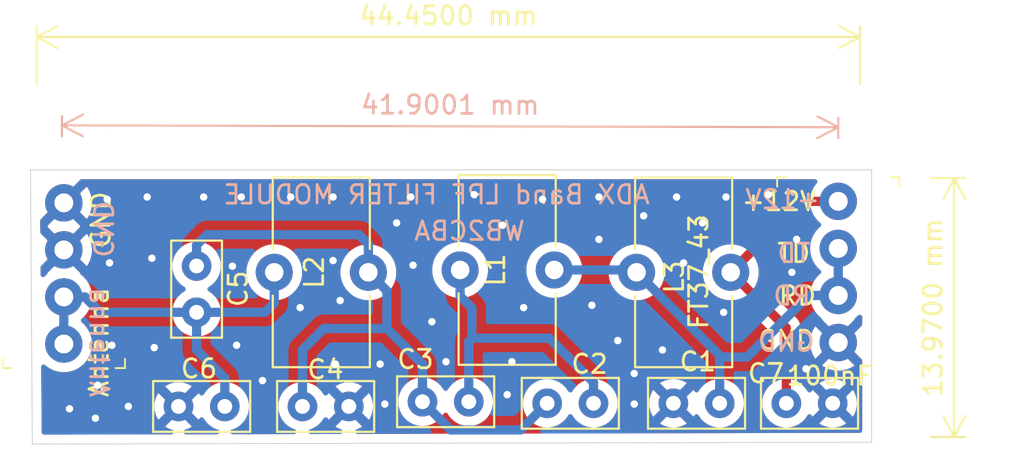
<source format=kicad_pcb>
(kicad_pcb (version 20211014) (generator pcbnew)
  (layers (0 "F.Cu" signal) (31 "B.Cu" signal) (34 "B.Paste" user) (35 "F.Paste" user) (36 "B.SilkS" user "B.Silkscreen") (37 "F.SilkS" user "F.Silkscreen") (38 "B.Mask" user) (39 "F.Mask" user) (44 "Edge.Cuts" user))
  (net 0 "")
  (net 1 "GNDPWR")
  (net 2 "Net-(C1-Pad1)")
  (net 3 "Net-(C2-Pad1)")
  (net 4 "Net-(C2-Pad2)")
  (net 5 "Net-(C5-Pad1)")
  (net 6 "Net-(C7-Pad2)")
  (footprint "Capacitor_THT:C_Disc_D5.0mm_W2.5mm_P2.50mm" (layer "F.Cu") (at 123.19 82.169 180)
    (fp_text reference "C6" (at 1.397 2.032) (layer "F.SilkS"))
    (fp_text value " ")
    (fp_line (start -1.37 -1.37) (end -1.37 1.37) (layer "F.SilkS") (width 0.12))
    (fp_line (start -1.37 -1.37) (end 3.87 -1.37) (layer "F.SilkS") (width 0.12))
    (fp_line (start 3.87 -1.37) (end 3.87 1.37) (layer "F.SilkS") (width 0.12))
    (fp_line (start -1.37 1.37) (end 3.87 1.37) (layer "F.SilkS") (width 0.12))
    (pad "1" thru_hole circle locked (at 0 0 180) (size 1.6 1.6) (drill 0.8) (layers *.Cu *.Mask) (net 5 "Net-(C5-Pad1)"))
    (pad "2" thru_hole circle locked (at 2.5 0 180) (size 1.6 1.6) (drill 0.8) (layers *.Cu *.Mask) (net 1 "GNDPWR"))
  )
  (footprint "Capacitor_THT:C_Disc_D5.0mm_W2.5mm_P2.50mm" (layer "F.Cu") (at 121.666 77.089 90)
    (fp_text reference "C5" (at 1.269 2.244 90) (layer "F.SilkS"))
    (fp_text value " ")
    (fp_line (start 3.87 -1.37) (end 3.87 1.37) (layer "F.SilkS") (width 0.12))
    (fp_line (start -1.37 -1.37) (end 3.87 -1.37) (layer "F.SilkS") (width 0.12))
    (fp_line (start -1.37 -1.37) (end -1.37 1.37) (layer "F.SilkS") (width 0.12))
    (fp_line (start -1.37 1.37) (end 3.87 1.37) (layer "F.SilkS") (width 0.12))
    (pad "1" thru_hole circle locked (at 0 0 90) (size 1.6 1.6) (drill 0.8) (layers *.Cu *.Mask) (net 5 "Net-(C5-Pad1)"))
    (pad "2" thru_hole circle locked (at 2.5 0 90) (size 1.6 1.6) (drill 0.8) (layers *.Cu *.Mask) (net 3 "Net-(C2-Pad1)"))
  )
  (footprint "Capacitor_THT:C_Disc_D5.0mm_W2.5mm_P2.50mm" (layer "F.Cu") (at 140.589 82)
    (fp_text reference "C2" (at 2.286 -2.117) (layer "F.SilkS"))
    (fp_text value " ")
    (fp_line (start 3.87 -1.37) (end 3.87 1.37) (layer "F.SilkS") (width 0.12))
    (fp_line (start -1.37 -1.37) (end -1.37 1.37) (layer "F.SilkS") (width 0.12))
    (fp_line (start -1.37 -1.37) (end 3.87 -1.37) (layer "F.SilkS") (width 0.12))
    (fp_line (start -1.37 1.37) (end 3.87 1.37) (layer "F.SilkS") (width 0.12))
    (pad "1" thru_hole circle locked (at 0 0) (size 1.6 1.6) (drill 0.8) (layers *.Cu *.Mask) (net 3 "Net-(C2-Pad1)"))
    (pad "2" thru_hole circle locked (at 2.5 0) (size 1.6 1.6) (drill 0.8) (layers *.Cu *.Mask) (net 4 "Net-(C2-Pad2)"))
  )
  (footprint "Capacitor_THT:C_Disc_D5.0mm_W2.5mm_P2.50mm" (layer "F.Cu") (at 127.381 82.169)
    (fp_text reference "C4" (at 1.24 -1.99) (layer "F.SilkS"))
    (fp_text value " ")
    (fp_line (start -1.37 1.37) (end 3.87 1.37) (layer "F.SilkS") (width 0.12))
    (fp_line (start 3.87 -1.37) (end 3.87 1.37) (layer "F.SilkS") (width 0.12))
    (fp_line (start -1.37 -1.37) (end 3.87 -1.37) (layer "F.SilkS") (width 0.12))
    (fp_line (start -1.37 -1.37) (end -1.37 1.37) (layer "F.SilkS") (width 0.12))
    (pad "1" thru_hole circle locked (at 0 0) (size 1.6 1.6) (drill 0.8) (layers *.Cu *.Mask) (net 3 "Net-(C2-Pad1)"))
    (pad "2" thru_hole circle locked (at 2.5 0) (size 1.6 1.6) (drill 0.8) (layers *.Cu *.Mask) (net 1 "GNDPWR"))
  )
  (footprint "digikey-footprints:PinHeader_1x4_P2.54mm_Drill1.02mm" (layer "F.Cu") (at 114.5 78.8 90)
    (fp_text reference "J1" hide)
    (fp_text value "Antenna")
    (fp_line (start -1.3 3.3) (end -1.3 2.8) (layer "F.SilkS") (width 0.1))
    (fp_line (start -1.3 -3.3) (end -1.3 -2.8) (layer "F.SilkS") (width 0.1))
    (fp_line (start -1.3 -3.3) (end -0.8 -3.3) (layer "F.SilkS") (width 0.1))
    (fp_line (start -1.3 3.3) (end -0.8 3.3) (layer "F.SilkS") (width 0.1))
    (pad "1" thru_hole circle locked (at 0 0 90) (size 2.02 2.02) (drill 1.02) (layers *.Cu *.Mask) (net 5 "Net-(C5-Pad1)"))
    (pad "2" thru_hole circle locked (at 2.54 0 90) (size 2.02 2.02) (drill 1.02) (layers *.Cu *.Mask) (net 5 "Net-(C5-Pad1)"))
    (pad "3" thru_hole circle locked (at 5.08 0 90) (size 2.02 2.02) (drill 1.02) (layers *.Cu *.Mask) (net 1 "GNDPWR"))
    (pad "4" thru_hole circle locked (at 7.62 0 90) (size 2.02 2.02) (drill 1.02) (layers *.Cu *.Mask) (net 1 "GNDPWR"))
  )
  (footprint "digikey-footprints:PinHeader_1x4_P2.54mm_Drill1.02mm" (layer "F.Cu") (at 156.3 71.1 -90)
    (fp_text reference "J2" hide)
    (fp_text value "input")
    (fp_line (start -1.3 -3.3) (end -1.3 -2.8) (layer "F.SilkS") (width 0.1))
    (fp_line (start -1.3 -3.3) (end -0.8 -3.3) (layer "F.SilkS") (width 0.1))
    (fp_line (start -1.3 3.3) (end -1.3 2.8) (layer "F.SilkS") (width 0.1))
    (fp_line (start -1.3 3.3) (end -0.8 3.3) (layer "F.SilkS") (width 0.1))
    (pad "1" thru_hole circle locked (at 0 0 270) (size 2.02 2.02) (drill 1.02) (layers *.Cu *.Mask) (net 6 "Net-(C7-Pad2)"))
    (pad "2" thru_hole circle locked (at 2.54 0 270) (size 2.02 2.02) (drill 1.02) (layers *.Cu *.Mask) (net 2 "Net-(C1-Pad1)"))
    (pad "3" thru_hole circle locked (at 5.08 0 270) (size 2.02 2.02) (drill 1.02) (layers *.Cu *.Mask) (net 2 "Net-(C1-Pad1)"))
    (pad "4" thru_hole circle locked (at 7.62 0 270) (size 2.02 2.02) (drill 1.02) (layers *.Cu *.Mask) (net 1 "GNDPWR"))
  )
  (footprint "Inductor_THT:L_Toroid_Vertical_L10.0mm_W5.0mm_P5.08mm" (layer "F.Cu") (at 125.857 74.93 90)
    (fp_text reference "L2" (at 0 2.159 90) (layer "F.SilkS"))
    (fp_text value " " (at -0.508 3.302 90) (layer "F.SilkS"))
    (fp_line (start -5.12 5.16) (end -1.255 5.16) (layer "F.SilkS") (width 0.12))
    (fp_line (start 1.255 -0.08) (end 5.12 -0.08) (layer "F.SilkS") (width 0.12))
    (fp_line (start -5.12 -0.08) (end -5.12 5.16) (layer "F.SilkS") (width 0.12))
    (fp_line (start 5.12 -0.08) (end 5.12 5.16) (layer "F.SilkS") (width 0.12))
    (fp_line (start -5.12 -0.08) (end -1.255 -0.08) (layer "F.SilkS") (width 0.12))
    (fp_line (start 1.255 5.16) (end 5.12 5.16) (layer "F.SilkS") (width 0.12))
    (pad "1" thru_hole circle locked (at 0 0 90) (size 2 2) (drill 1) (layers *.Cu *.Mask) (net 5 "Net-(C5-Pad1)"))
    (pad "2" thru_hole circle locked (at 0 5.08 90) (size 2 2) (drill 1) (layers *.Cu *.Mask) (net 3 "Net-(C2-Pad1)"))
  )
  (footprint "Inductor_THT:L_Toroid_Vertical_L10.0mm_W5.0mm_P5.08mm" (layer "F.Cu") (at 135.89 74.803 90)
    (fp_text reference "L1" (at 0 1.905 90) (layer "F.SilkS"))
    (fp_text value " " (at -0.127 3.175 90) (layer "F.SilkS"))
    (fp_line (start -5.12 -0.08) (end -5.12 5.16) (layer "F.SilkS") (width 0.12))
    (fp_line (start -5.12 -0.08) (end -1.255 -0.08) (layer "F.SilkS") (width 0.12))
    (fp_line (start -5.12 5.16) (end -1.255 5.16) (layer "F.SilkS") (width 0.12))
    (fp_line (start 5.12 -0.08) (end 5.12 5.16) (layer "F.SilkS") (width 0.12))
    (fp_line (start 1.255 -0.08) (end 5.12 -0.08) (layer "F.SilkS") (width 0.12))
    (fp_line (start 1.255 5.16) (end 5.12 5.16) (layer "F.SilkS") (width 0.12))
    (pad "1" thru_hole circle locked (at 0 0 90) (size 2 2) (drill 1) (layers *.Cu *.Mask) (net 4 "Net-(C2-Pad2)"))
    (pad "2" thru_hole circle locked (at 0 5.08 90) (size 2 2) (drill 1) (layers *.Cu *.Mask) (net 2 "Net-(C1-Pad1)"))
  )
  (footprint "Capacitor_THT:C_Disc_D5.0mm_W2.5mm_P2.50mm" (layer "F.Cu") (at 156 82 180)
    (fp_text reference "C7" (at 3.6 1.609) (layer "F.SilkS"))
    (fp_text value "100nF" (at 0.171 1.482) (layer "F.SilkS"))
    (fp_line (start -1.37 -1.37) (end -1.37 1.37) (layer "F.SilkS") (width 0.12))
    (fp_line (start 3.87 -1.37) (end 3.87 1.37) (layer "F.SilkS") (width 0.12))
    (fp_line (start -1.37 -1.37) (end 3.87 -1.37) (layer "F.SilkS") (width 0.12))
    (fp_line (start -1.37 1.37) (end 3.87 1.37) (layer "F.SilkS") (width 0.12))
    (pad "1" thru_hole circle locked (at 0 0 180) (size 1.6 1.6) (drill 0.8) (layers *.Cu *.Mask) (net 1 "GNDPWR"))
    (pad "2" thru_hole circle locked (at 2.5 0 180) (size 1.6 1.6) (drill 0.8) (layers *.Cu *.Mask) (net 6 "Net-(C7-Pad2)"))
  )
  (footprint "Capacitor_THT:C_Disc_D5.0mm_W2.5mm_P2.50mm" (layer "F.Cu") (at 149.9 82 180)
    (fp_text reference "C1" (at 1.183 2.244) (layer "F.SilkS"))
    (fp_text value "  " (at 1.1 3.5) (layer "F.SilkS"))
    (fp_line (start -1.37 -1.37) (end 3.87 -1.37) (layer "F.SilkS") (width 0.12))
    (fp_line (start -1.37 -1.37) (end -1.37 1.37) (layer "F.SilkS") (width 0.12))
    (fp_line (start -1.37 1.37) (end 3.87 1.37) (layer "F.SilkS") (width 0.12))
    (fp_line (start 3.87 -1.37) (end 3.87 1.37) (layer "F.SilkS") (width 0.12))
    (pad "1" thru_hole circle locked (at 0 0 180) (size 1.6 1.6) (drill 0.8) (layers *.Cu *.Mask) (net 2 "Net-(C1-Pad1)"))
    (pad "2" thru_hole circle locked (at 2.5 0 180) (size 1.6 1.6) (drill 0.8) (layers *.Cu *.Mask) (net 1 "GNDPWR"))
  )
  (footprint "Inductor_THT:L_Toroid_Vertical_L10.0mm_W5.0mm_P5.08mm" (layer "F.Cu") (at 150.495 74.93 -90)
    (fp_text reference "L3" hide)
    (fp_text value "FT37_43" (at -0.03 1.73 90) (layer "F.SilkS"))
    (fp_text user "${REFERENCE}" (at 0.254 3.048 90) (layer "F.SilkS"))
    (fp_line (start -5.12 -0.08) (end -5.12 5.16) (layer "F.SilkS") (width 0.12))
    (fp_line (start 5.12 -0.08) (end 5.12 5.16) (layer "F.SilkS") (width 0.12))
    (fp_line (start 1.255 -0.08) (end 5.12 -0.08) (layer "F.SilkS") (width 0.12))
    (fp_line (start -5.12 5.16) (end -1.255 5.16) (layer "F.SilkS") (width 0.12))
    (fp_line (start -5.12 -0.08) (end -1.255 -0.08) (layer "F.SilkS") (width 0.12))
    (fp_line (start 1.255 5.16) (end 5.12 5.16) (layer "F.SilkS") (width 0.12))
    (pad "1" thru_hole circle locked (at 0 0 270) (size 2 2) (drill 1) (layers *.Cu *.Mask) (net 6 "Net-(C7-Pad2)"))
    (pad "2" thru_hole circle locked (at 0 5.08 270) (size 2 2) (drill 1) (layers *.Cu *.Mask) (net 2 "Net-(C1-Pad1)"))
  )
  (footprint "Capacitor_THT:C_Disc_D5.0mm_W2.5mm_P2.50mm" (layer "F.Cu") (at 133.858 81.915)
    (fp_text reference "C3" (at -0.381 -2.286) (layer "F.SilkS"))
    (fp_text value " ")
    (fp_line (start -1.37 -1.37) (end -1.37 1.37) (layer "F.SilkS") (width 0.12))
    (fp_line (start 3.87 -1.37) (end 3.87 1.37) (layer "F.SilkS") (width 0.12))
    (fp_line (start -1.37 1.37) (end 3.87 1.37) (layer "F.SilkS") (width 0.12))
    (fp_line (start -1.37 -1.37) (end 3.87 -1.37) (layer "F.SilkS") (width 0.12))
    (pad "1" thru_hole circle locked (at 0 0) (size 1.6 1.6) (drill 0.8) (layers *.Cu *.Mask) (net 3 "Net-(C2-Pad1)"))
    (pad "2" thru_hole circle locked (at 2.5 0) (size 1.6 1.6) (drill 0.8) (layers *.Cu *.Mask) (net 4 "Net-(C2-Pad2)"))
  )
  (gr_line (start 112.8 84.2) (end 112.7 69.4) (layer "Edge.Cuts") (width 0.05))
  (gr_line (start 158.1 84.1) (end 112.8 84.2) (layer "Edge.Cuts") (width 0.05))
  (gr_line (start 112.7 69.4) (end 158.1 69.4) (layer "Edge.Cuts") (width 0.05))
  (gr_line (start 158.1 69.4) (end 158.1 84.1) (layer "Edge.Cuts") (width 0.05))
  (gr_text "ADX Band LPF FILTER MODULE" (at 134.62 70.739) (layer "B.SilkS") (effects (font (size 1 1)) (justify mirror)))
  (gr_text "+12V\n" (at 153.3 71) (layer "B.SilkS") (effects (font (size 1 1)) (justify mirror)))
  (gr_text "Antenna" (at 116.4 78.7 270) (layer "B.SilkS") (effects (font (size 1 1)) (justify mirror)))
  (gr_text "RD" (at 153.8 76.2) (layer "B.SilkS") (effects (font (size 1 1)) (justify mirror)))
  (gr_text "GND\n" (at 116.6 72.6 270) (layer "B.SilkS") (effects (font (size 1 1)) (justify mirror)))
  (gr_text "TD" (at 153.9 73.9) (layer "B.SilkS") (effects (font (size 1 1)) (justify mirror)))
  (gr_text "GND" (at 153.5 78.7) (layer "B.SilkS") (effects (font (size 1 1)) (justify mirror)))
  (gr_text "WB2CBA" (at 136.4 72.7) (layer "B.SilkS") (effects (font (size 1 1)) (justify mirror)))
  (gr_text "+12V" (at 153.1 71.1) (layer "F.SilkS") (effects (font (size 1 1))))
  (gr_text "GND" (at 153.5 78.6) (layer "F.SilkS") (effects (font (size 1 1))))
  (gr_text "GND" (at 116.5 72.1 90) (layer "F.SilkS") (effects (font (size 1 1))))
  (gr_text "TD" (at 153.9 73.9) (layer "F.SilkS") (effects (font (size 1 1))))
  (gr_text "RD" (at 154.1 76.2) (layer "F.SilkS") (effects (font (size 1 1))))
  (gr_text "Antenna" (at 116.4 78.7 90) (layer "F.SilkS") (effects (font (size 1 1))))
  (dimension (type aligned) (layer "B.SilkS") (pts (xy 156.3 66.6) (xy 114.4 66.5)) (height -0.498566) (gr_text "41.9001 mm" (at 135.351555 65.898568 -0.1367438442) (layer "B.SilkS") (effects (font (size 1 1) (thickness 0.15)))) (format (units 2) (units_format 1) (precision 4)) (style (thickness 0.12) (arrow_length 1.27) (text_position_mode 0) (extension_height 0.58642) (extension_offset 0) keep_text_aligned))
  (dimension (type aligned) (layer "F.SilkS") (pts (xy 161.29 83.82) (xy 161.29 69.85)) (height 1.27) (gr_text "13.9700 mm" (at 161.41 76.835 90) (layer "F.SilkS") (effects (font (size 1 1) (thickness 0.15)))) (format (units 2) (units_format 1) (precision 4)) (style (thickness 0.12) (arrow_length 1.27) (text_position_mode 0) (extension_height 0.58642) (extension_offset 0) keep_text_aligned))
  (dimension (type aligned) (layer "F.SilkS") (pts (xy 157.48 64.77) (xy 113.03 64.77)) (height 2.54) (gr_text "44.4500 mm" (at 135.255 61.08) (layer "F.SilkS") (effects (font (size 1 1) (thickness 0.15)))) (format (units 2) (units_format 1) (precision 4)) (style (thickness 0.12) (arrow_length 1.27) (text_position_mode 0) (extension_height 0.58642) (extension_offset 0) keep_text_aligned))
  (via (at 144.399 78.613) (size 0.8) (drill 0.4) (layers "F.Cu" "B.Cu") (net 1))
  (via (at 147.955 74.422) (size 0.8) (drill 0.4) (layers "F.Cu" "B.Cu") (net 1))
  (via (at 116.967 74.422) (size 0.8) (drill 0.4) (layers "F.Cu" "B.Cu") (net 1))
  (via (at 118.999 70.866) (size 0.8) (drill 0.4) (layers "F.Cu" "B.Cu") (net 1))
  (via (at 152.527 70.739) (size 0.8) (drill 0.4) (layers "F.Cu" "B.Cu") (net 1))
  (via (at 133.223 70.866) (size 0.8) (drill 0.4) (layers "F.Cu" "B.Cu") (net 1))
  (via (at 132.461 72.263) (size 0.8) (drill 0.4) (layers "F.Cu" "B.Cu") (net 1))
  (via (at 124.079 70.866) (size 0.8) (drill 0.4) (layers "F.Cu" "B.Cu") (net 1))
  (via (at 135.128 79.756) (size 0.8) (drill 0.4) (layers "F.Cu" "B.Cu") (net 1))
  (via (at 139.319 76.835) (size 0.8) (drill 0.4) (layers "F.Cu" "B.Cu") (net 1))
  (via (at 150.114 77.089) (size 0.8) (drill 0.4) (layers "F.Cu" "B.Cu") (net 1))
  (via (at 140.335 70.993) (size 0.8) (drill 0.4) (layers "F.Cu" "B.Cu") (net 1))
  (via (at 131.572 79.883) (size 0.8) (drill 0.4) (layers "F.Cu" "B.Cu") (net 1))
  (via (at 123.6 74.6) (size 0.8) (drill 0.4) (layers "F.Cu" "B.Cu") (net 1))
  (via (at 154.051 73.152) (size 0.8) (drill 0.4) (layers "F.Cu" "B.Cu") (net 1))
  (via (at 138.43 81.534) (size 0.8) (drill 0.4) (layers "F.Cu" "B.Cu") (net 1))
  (via (at 145.288 82.042) (size 0.8) (drill 0.4) (layers "F.Cu" "B.Cu") (net 1))
  (via (at 129.159 79.883) (size 0.8) (drill 0.4) (layers "F.Cu" "B.Cu") (net 1))
  (via (at 126.746 70.866) (size 0.8) (drill 0.4) (layers "F.Cu" "B.Cu") (net 1))
  (via (at 143.383 73.152) (size 0.8) (drill 0.4) (layers "F.Cu" "B.Cu") (net 1))
  (via (at 148.971 72.263) (size 0.8) (drill 0.4) (layers "F.Cu" "B.Cu") (net 1))
  (via (at 143.383 70.866) (size 0.8) (drill 0.4) (layers "F.Cu" "B.Cu") (net 1))
  (via (at 133.35 74.549) (size 0.8) (drill 0.4) (layers "F.Cu" "B.Cu") (net 1))
  (via (at 147.574 70.866) (size 0.8) (drill 0.4) (layers "F.Cu" "B.Cu") (net 1))
  (via (at 119.253 74.168) (size 0.8) (drill 0.4) (layers "F.Cu" "B.Cu") (net 1))
  (via (at 127.254 76.835) (size 0.8) (drill 0.4) (layers "F.Cu" "B.Cu") (net 1))
  (via (at 122.047 70.866) (size 0.8) (drill 0.4) (layers "F.Cu" "B.Cu") (net 1))
  (via (at 129.413 76.454) (size 0.8) (drill 0.4) (layers "F.Cu" "B.Cu") (net 1))
  (via (at 116.84 70.993) (size 0.8) (drill 0.4) (layers "F.Cu" "B.Cu") (net 1))
  (via (at 129.032 74.295) (size 0.8) (drill 0.4) (layers "F.Cu" "B.Cu") (net 1))
  (via (at 150.241 70.866) (size 0.8) (drill 0.4) (layers "F.Cu" "B.Cu") (net 1))
  (via (at 129.032 70.866) (size 0.8) (drill 0.4) (layers "F.Cu" "B.Cu") (net 1))
  (via (at 134.366 77.597) (size 0.8) (drill 0.4) (layers "F.Cu" "B.Cu") (net 1))
  (via (at 125.222 80.772) (size 0.8) (drill 0.4) (layers "F.Cu" "B.Cu") (net 1))
  (via (at 116.205 82.804) (size 0.8) (drill 0.4) (layers "F.Cu" "B.Cu") (net 1))
  (via (at 123.825 78.867) (size 0.8) (drill 0.4) (layers "F.Cu" "B.Cu") (net 1))
  (via (at 117.983 82.169) (size 0.8) (drill 0.4) (layers "F.Cu" "B.Cu") (net 1))
  (via (at 114.808 82.296) (size 0.8) (drill 0.4) (layers "F.Cu" "B.Cu") (net 1))
  (via (at 119.38 78.994) (size 0.8) (drill 0.4) (layers "F.Cu" "B.Cu") (net 1))
  (via (at 145.796 71.882) (size 0.8) (drill 0.4) (layers "F.Cu" "B.Cu") (net 1))
  (via (at 146.812 79.121) (size 0.8) (drill 0.4) (layers "F.Cu" "B.Cu") (net 1))
  (via (at 138.176 72.39) (size 0.8) (drill 0.4) (layers "F.Cu" "B.Cu") (net 1))
  (via (at 143.002 76.708) (size 0.8) (drill 0.4) (layers "F.Cu" "B.Cu") (net 1))
  (via (at 138.684 79.756) (size 0.8) (drill 0.4) (layers "F.Cu" "B.Cu") (net 1))
  (via (at 154.559 80.137) (size 0.8) (drill 0.4) (layers "F.Cu" "B.Cu") (net 1))
  (via (at 145.288 80.391) (size 0.8) (drill 0.4) (layers "F.Cu" "B.Cu") (net 1))
  (via (at 116.332 81.026) (size 0.8) (drill 0.4) (layers "F.Cu" "B.Cu") (net 1))
  (via (at 117.094 78.867) (size 0.8) (drill 0.4) (layers "F.Cu" "B.Cu") (net 1))
  (via (at 153.797 74.93) (size 0.8) (drill 0.4) (layers "F.Cu" "B.Cu") (net 1))
  (via (at 136.652 70.739) (size 0.8) (drill 0.4) (layers "F.Cu" "B.Cu") (net 1))
  (via (at 131.826 82.042) (size 0.8) (drill 0.4) (layers "F.Cu" "B.Cu") (net 1))
  (segment (start 149.987 79.502) (end 149.9 79.589) (width 0.5) (layer "B.Cu") (net 2))
  (segment (start 156.3 76.18) (end 154.706 76.18) (width 0.5) (layer "B.Cu") (net 2))
  (segment (start 156.3 73.64) (end 156.3 76.18) (width 0.5) (layer "B.Cu") (net 2))
  (segment (start 140.97 74.803) (end 145.288 74.803) (width 0.5) (layer "B.Cu") (net 2))
  (segment (start 145.415 74.93) (end 149.987 79.502) (width 0.5) (layer "B.Cu") (net 2))
  (segment (start 151.384 79.502) (end 149.987 79.502) (width 0.5) (layer "B.Cu") (net 2))
  (segment (start 145.288 74.803) (end 145.415 74.93) (width 0.5) (layer "B.Cu") (net 2))
  (segment (start 149.9 79.589) (end 149.9 82) (width 0.5) (layer "B.Cu") (net 2))
  (segment (start 154.706 76.18) (end 151.384 79.502) (width 0.5) (layer "B.Cu") (net 2))
  (segment (start 130.937 73.406) (end 130.937 74.93) (width 0.5) (layer "B.Cu") (net 3))
  (segment (start 130.937 74.93) (end 131.936999 75.929999) (width 0.5) (layer "B.Cu") (net 3))
  (segment (start 121.666 74.589) (end 121.666 73.45763) (width 0.5) (layer "B.Cu") (net 3))
  (segment (start 131.936999 75.929999) (end 131.936999 77.961999) (width 0.5) (layer "B.Cu") (net 3))
  (segment (start 130.429 72.898) (end 130.937 73.406) (width 0.5) (layer "B.Cu") (net 3))
  (segment (start 140.589 82) (end 139.15 83.439) (width 0.5) (layer "B.Cu") (net 3))
  (segment (start 133.858 79.883) (end 133.858 81.915) (width 0.5) (layer "B.Cu") (net 3))
  (segment (start 128.540001 77.961999) (end 127.381 79.121) (width 0.5) (layer "B.Cu") (net 3))
  (segment (start 121.666 73.45763) (end 122.22563 72.898) (width 0.5) (layer "B.Cu") (net 3))
  (segment (start 122.22563 72.898) (end 130.429 72.898) (width 0.5) (layer "B.Cu") (net 3))
  (segment (start 131.936999 77.961999) (end 128.540001 77.961999) (width 0.5) (layer "B.Cu") (net 3))
  (segment (start 139.15 83.439) (end 135.382 83.439) (width 0.5) (layer "B.Cu") (net 3))
  (segment (start 135.382 83.439) (end 133.858 81.915) (width 0.5) (layer "B.Cu") (net 3))
  (segment (start 127.381 79.121) (end 127.381 82.169) (width 0.5) (layer "B.Cu") (net 3))
  (segment (start 131.936999 77.961999) (end 133.858 79.883) (width 0.5) (layer "B.Cu") (net 3))
  (segment (start 143.089 82) (end 143.089 80.86863) (width 0.5) (layer "B.Cu") (net 4))
  (segment (start 143.089 80.86863) (end 140.70637 78.486) (width 0.5) (layer "B.Cu") (net 4))
  (segment (start 140.70637 78.486) (end 136.525 78.486) (width 0.5) (layer "B.Cu") (net 4))
  (segment (start 136.525 78.486) (end 136.358 78.653) (width 0.5) (layer "B.Cu") (net 4))
  (segment (start 136.525 76.852213) (end 136.525 78.486) (width 0.5) (layer "B.Cu") (net 4))
  (segment (start 135.89 76.217213) (end 136.525 76.852213) (width 0.5) (layer "B.Cu") (net 4))
  (segment (start 135.89 74.803) (end 135.89 76.217213) (width 0.5) (layer "B.Cu") (net 4))
  (segment (start 136.358 78.653) (end 136.358 81.915) (width 0.5) (layer "B.Cu") (net 4))
  (segment (start 114.5 76.26) (end 115.635825 76.26) (width 0.5) (layer "B.Cu") (net 5))
  (segment (start 121.666 77.089) (end 121.666 79.121) (width 0.5) (layer "B.Cu") (net 5))
  (segment (start 120.53463 77.089) (end 121.666 77.089) (width 0.5) (layer "B.Cu") (net 5))
  (segment (start 121.666 77.089) (end 125.349 77.089) (width 0.5) (layer "B.Cu") (net 5))
  (segment (start 123.19 80.645) (end 123.19 82.169) (width 0.5) (layer "B.Cu") (net 5))
  (segment (start 116.464825 77.089) (end 120.53463 77.089) (width 0.5) (layer "B.Cu") (net 5))
  (segment (start 121.666 79.121) (end 123.19 80.645) (width 0.5) (layer "B.Cu") (net 5))
  (segment (start 114.5 78.8) (end 114.5 76.26) (width 0.5) (layer "B.Cu") (net 5))
  (segment (start 115.635825 76.26) (end 116.464825 77.089) (width 0.5) (layer "B.Cu") (net 5))
  (segment (start 125.857 76.581) (end 125.857 74.93) (width 0.5) (layer "B.Cu") (net 5))
  (segment (start 125.349 77.089) (end 125.857 76.581) (width 0.5) (layer "B.Cu") (net 5))
  (segment (start 150.495 74.93) (end 153.5 77.935) (width 0.5) (layer "F.Cu") (net 6))
  (segment (start 156.3 71.1) (end 154.325 71.1) (width 0.5) (layer "F.Cu") (net 6))
  (segment (start 153.5 77.935) (end 153.5 82) (width 0.5) (layer "F.Cu") (net 6))
  (segment (start 154.325 71.1) (end 150.495 74.93) (width 0.5) (layer "F.Cu") (net 6))
  (zone (net 1) (net_name "GNDPWR") (layer "F.Cu") (connect_pads (clearance 0.508)) (min_thickness 0.254) (fill yes (thermal_gap 0.508) (thermal_bridge_width 0.508))
    (polygon (pts (xy 158.115 83.947) (xy 112.776 84.328) (xy 112.649 69.469) (xy 158.115 69.469)))
  )
  (zone (net 1) (net_name "GNDPWR") (layer "B.Cu") (connect_pads (clearance 0.508)) (min_thickness 0.254) (fill yes (thermal_gap 0.508) (thermal_bridge_width 0.508))
    (polygon (pts (xy 144.907 83.693) (xy 118.491 83.566) (xy 120.523 71.755) (xy 144.907 71.501)))
  )
  (zone (net 1) (net_name "GNDPWR") (layer "B.Cu") (connect_pads (clearance 0.508)) (min_thickness 0.254) (fill yes (thermal_gap 0.508) (thermal_bridge_width 0.508))
    (polygon (pts (xy 158.115 84.201) (xy 112.649 84.328) (xy 112.649 69.469) (xy 158.115 69.469)))
  )
)
</source>
